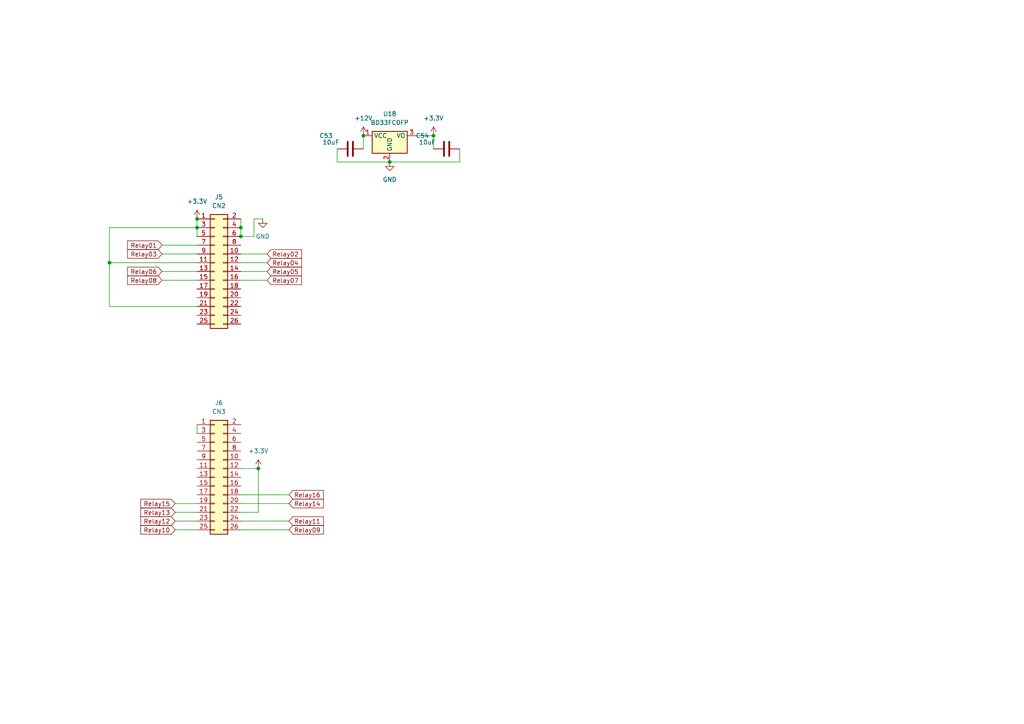
<source format=kicad_sch>
(kicad_sch (version 20231120) (generator "eeschema") (generator_version "8.0")
  (paper "A4")
  (title_block (title "16 Channel PWM Solenoid Driver - USB") (date "2024-06-12") (rev "3"))
  (lib_symbols
    (symbol "Connector_Generic:Conn_02x13_Odd_Even" (pin_names (offset 1.016) hide)
      (property "Reference" "J" (at 1.27 17.78 0))
      (property "Value" "Conn_02x13_Odd_Even" (at 1.27 -17.78 0))
      (symbol "Conn_02x13_Odd_Even_1_1"
        (rectangle (start -1.27 -15.113) (end 0 -15.367) (stroke (width 0.1524)))
        (rectangle (start -1.27 -12.573) (end 0 -12.827) (stroke (width 0.1524)))
        (rectangle (start -1.27 -10.033) (end 0 -10.287) (stroke (width 0.1524)))
        (rectangle (start -1.27 -7.493) (end 0 -7.747) (stroke (width 0.1524)))
        (rectangle (start -1.27 -4.953) (end 0 -5.207) (stroke (width 0.1524)))
        (rectangle (start -1.27 -2.413) (end 0 -2.667) (stroke (width 0.1524)))
        (rectangle (start -1.27 0.127) (end 0 -0.127) (stroke (width 0.1524)))
        (rectangle (start -1.27 2.667) (end 0 2.413) (stroke (width 0.1524)))
        (rectangle (start -1.27 5.207) (end 0 4.953) (stroke (width 0.1524)))
        (rectangle (start -1.27 7.747) (end 0 7.493) (stroke (width 0.1524)))
        (rectangle (start -1.27 10.287) (end 0 10.033) (stroke (width 0.1524)))
        (rectangle (start -1.27 12.827) (end 0 12.573) (stroke (width 0.1524)))
        (rectangle (start -1.27 15.367) (end 0 15.113) (stroke (width 0.1524)))
        (rectangle (start -1.27 16.51) (end 3.81 -16.51) (stroke (width 0.254)) (fill (type background)))
        (rectangle (start 3.81 -15.113) (end 2.54 -15.367) (stroke (width 0.1524)))
        (rectangle (start 3.81 -12.573) (end 2.54 -12.827) (stroke (width 0.1524)))
        (rectangle (start 3.81 -10.033) (end 2.54 -10.287) (stroke (width 0.1524)))
        (rectangle (start 3.81 -7.493) (end 2.54 -7.747) (stroke (width 0.1524)))
        (rectangle (start 3.81 -4.953) (end 2.54 -5.207) (stroke (width 0.1524)))
        (rectangle (start 3.81 -2.413) (end 2.54 -2.667) (stroke (width 0.1524)))
        (rectangle (start 3.81 0.127) (end 2.54 -0.127) (stroke (width 0.1524)))
        (rectangle (start 3.81 2.667) (end 2.54 2.413) (stroke (width 0.1524)))
        (rectangle (start 3.81 5.207) (end 2.54 4.953) (stroke (width 0.1524)))
        (rectangle (start 3.81 7.747) (end 2.54 7.493) (stroke (width 0.1524)))
        (rectangle (start 3.81 10.287) (end 2.54 10.033) (stroke (width 0.1524)))
        (rectangle (start 3.81 12.827) (end 2.54 12.573) (stroke (width 0.1524)))
        (rectangle (start 3.81 15.367) (end 2.54 15.113) (stroke (width 0.1524)))
        (pin passive line (at -5.08 15.24 0) (length 3.81) (name "Pin_1") (number "1"))
        (pin passive line (at 7.62 5.08 180) (length 3.81) (name "Pin_10") (number "10"))
        (pin passive line (at -5.08 2.54 0) (length 3.81) (name "Pin_11") (number "11"))
        (pin passive line (at 7.62 2.54 180) (length 3.81) (name "Pin_12") (number "12"))
        (pin passive line (at -5.08 0 0) (length 3.81) (name "Pin_13") (number "13"))
        (pin passive line (at 7.62 0 180) (length 3.81) (name "Pin_14") (number "14"))
        (pin passive line (at -5.08 -2.54 0) (length 3.81) (name "Pin_15") (number "15"))
        (pin passive line (at 7.62 -2.54 180) (length 3.81) (name "Pin_16") (number "16"))
        (pin passive line (at -5.08 -5.08 0) (length 3.81) (name "Pin_17") (number "17"))
        (pin passive line (at 7.62 -5.08 180) (length 3.81) (name "Pin_18") (number "18"))
        (pin passive line (at -5.08 -7.62 0) (length 3.81) (name "Pin_19") (number "19"))
        (pin passive line (at 7.62 15.24 180) (length 3.81) (name "Pin_2") (number "2"))
        (pin passive line (at 7.62 -7.62 180) (length 3.81) (name "Pin_20") (number "20"))
        (pin passive line (at -5.08 -10.16 0) (length 3.81) (name "Pin_21") (number "21"))
        (pin passive line (at 7.62 -10.16 180) (length 3.81) (name "Pin_22") (number "22"))
        (pin passive line (at -5.08 -12.7 0) (length 3.81) (name "Pin_23") (number "23"))
        (pin passive line (at 7.62 -12.7 180) (length 3.81) (name "Pin_24") (number "24"))
        (pin passive line (at -5.08 -15.24 0) (length 3.81) (name "Pin_25") (number "25"))
        (pin passive line (at 7.62 -15.24 180) (length 3.81) (name "Pin_26") (number "26"))
        (pin passive line (at -5.08 12.7 0) (length 3.81) (name "Pin_3") (number "3"))
        (pin passive line (at 7.62 12.7 180) (length 3.81) (name "Pin_4") (number "4"))
        (pin passive line (at -5.08 10.16 0) (length 3.81) (name "Pin_5") (number "5"))
        (pin passive line (at 7.62 10.16 180) (length 3.81) (name "Pin_6") (number "6"))
        (pin passive line (at -5.08 7.62 0) (length 3.81) (name "Pin_7") (number "7"))
        (pin passive line (at 7.62 7.62 180) (length 3.81) (name "Pin_8") (number "8"))
        (pin passive line (at -5.08 5.08 0) (length 3.81) (name "Pin_9") (number "9"))
      )
    )
    (symbol "Device:C" (pin_numbers hide) (pin_names (offset 0.254))
      (property "Reference" "C" (at 0.635 2.54 0))
      (property "Value" "C" (at 0.635 -2.54 0))
      (symbol "C_0_1"
        (polyline (pts (xy -2.032 -0.762) (xy 2.032 -0.762)) (stroke (width 0.508)))
        (polyline (pts (xy -2.032 0.762) (xy 2.032 0.762)) (stroke (width 0.508)))
      )
      (symbol "C_1_1"
        (pin passive line (at 0 3.81 270) (length 2.794) (name "~") (number "1"))
        (pin passive line (at 0 -3.81 90) (length 2.794) (name "~") (number "2"))
      )
    )
    (symbol "Regulator_Linear:BD33FC0FP"
      (property "Reference" "U" (at 0 7.62 0))
      (property "Value" "BD33FC0FP" (at 0 5.08 0))
      (symbol "BD33FC0FP_1_1"
        (rectangle (start -5.08 -5.08) (end 5.08 1.27) (stroke (width 0.254)) (fill (type background)))
        (pin power_in line (at -7.62 0 0) (length 2.54) (name "VCC") (number "1"))
        (pin power_in line (at 0 -7.62 90) (length 2.54) (name "GND") (number "2"))
        (pin power_out line (at 7.62 0 180) (length 2.54) (name "VO") (number "3"))
      )
    )
    (symbol "power:+12V" (power) (pin_numbers hide) (pin_names (offset 0) hide)
      (property "Value" "+12V" (at 0 3.556 0))
      (symbol "+12V_0_1"
        (polyline (pts (xy -0.762 1.27) (xy 0 2.54)))
        (polyline (pts (xy 0 0) (xy 0 2.54)))
        (polyline (pts (xy 0 2.54) (xy 0.762 1.27)))
      )
      (symbol "+12V_1_1"
        (pin power_in line (at 0 0 90) (length 0) (name "~") (number "1"))
      )
    )
    (symbol "power:+3.3V" (power) (pin_numbers hide) (pin_names (offset 0) hide)
      (property "Value" "+3.3V" (at 0 3.556 0))
      (symbol "+3.3V_0_1"
        (polyline (pts (xy -0.762 1.27) (xy 0 2.54)))
        (polyline (pts (xy 0 0) (xy 0 2.54)))
        (polyline (pts (xy 0 2.54) (xy 0.762 1.27)))
      )
      (symbol "+3.3V_1_1"
        (pin power_in line (at 0 0 90) (length 0) (name "~") (number "1"))
      )
    )
    (symbol "power:GND" (power) (pin_numbers hide) (pin_names (offset 0) hide)
      (property "Value" "GND" (at 0 -3.81 0))
      (symbol "GND_0_1"
        (polyline (pts (xy 0 0) (xy 0 -1.27) (xy 1.27 -1.27) (xy 0 -2.54) (xy -1.27 -1.27) (xy 0 -1.27)))
      )
      (symbol "GND_1_1"
        (pin power_in line (at 0 0 270) (length 0) (name "~") (number "1"))
      )
    )
  )
  (junction (at 57.15 63.5))
  (junction (at 74.93 135.89))
  (junction (at 69.85 66.04))
  (junction (at 57.15 66.04))
  (junction (at 113.03 46.99))
  (junction (at 31.75 76.2))
  (junction (at 105.41 39.37))
  (junction (at 69.85 68.58))
  (junction (at 125.73 39.37))
  (wire (pts (xy 77.47 76.2) (xy 69.85 76.2)))
  (wire (pts (xy 76.2 63.5) (xy 73.66 63.5)))
  (wire (pts (xy 46.99 71.12) (xy 57.15 71.12)))
  (wire (pts (xy 46.99 78.74) (xy 57.15 78.74)))
  (wire (pts (xy 46.99 81.28) (xy 57.15 81.28)))
  (wire (pts (xy 97.79 46.99) (xy 113.03 46.99)))
  (wire (pts (xy 31.75 76.2) (xy 31.75 88.9)))
  (wire (pts (xy 50.8 148.59) (xy 57.15 148.59)))
  (wire (pts (xy 77.47 73.66) (xy 69.85 73.66)))
  (wire (pts (xy 113.03 46.99) (xy 133.35 46.99)))
  (wire (pts (xy 83.82 143.51) (xy 69.85 143.51)))
  (wire (pts (xy 31.75 76.2) (xy 57.15 76.2)))
  (wire (pts (xy 57.15 66.04) (xy 57.15 68.58)))
  (wire (pts (xy 73.66 63.5) (xy 73.66 68.58)))
  (wire (pts (xy 46.99 73.66) (xy 57.15 73.66)))
  (wire (pts (xy 120.65 39.37) (xy 125.73 39.37)))
  (wire (pts (xy 50.8 153.67) (xy 57.15 153.67)))
  (wire (pts (xy 31.75 66.04) (xy 57.15 66.04)))
  (wire (pts (xy 125.73 39.37) (xy 125.73 43.18)))
  (wire (pts (xy 31.75 76.2) (xy 31.75 66.04)))
  (wire (pts (xy 69.85 146.05) (xy 83.82 146.05)))
  (wire (pts (xy 69.85 63.5) (xy 69.85 66.04)))
  (wire (pts (xy 83.82 153.67) (xy 69.85 153.67)))
  (wire (pts (xy 31.75 88.9) (xy 57.15 88.9)))
  (wire (pts (xy 69.85 148.59) (xy 74.93 148.59)))
  (wire (pts (xy 57.15 123.19) (xy 57.15 125.73)))
  (wire (pts (xy 133.35 43.18) (xy 133.35 46.99)))
  (wire (pts (xy 50.8 151.13) (xy 57.15 151.13)))
  (wire (pts (xy 105.41 43.18) (xy 105.41 39.37)))
  (wire (pts (xy 83.82 151.13) (xy 69.85 151.13)))
  (wire (pts (xy 77.47 78.74) (xy 69.85 78.74)))
  (wire (pts (xy 73.66 68.58) (xy 69.85 68.58)))
  (wire (pts (xy 74.93 135.89) (xy 74.93 148.59)))
  (wire (pts (xy 50.8 146.05) (xy 57.15 146.05)))
  (wire (pts (xy 77.47 81.28) (xy 69.85 81.28)))
  (wire (pts (xy 69.85 66.04) (xy 69.85 68.58)))
  (wire (pts (xy 97.79 43.18) (xy 97.79 46.99)))
  (wire (pts (xy 74.93 135.89) (xy 69.85 135.89)))
  (wire (pts (xy 57.15 63.5) (xy 57.15 66.04)))
  (global_label "Relay11" (shape input) (at 83.82 151.13 0) (property "Intersheetrefs" "${INTERSHEET_REFS}" (effects (hide yes))))
  (global_label "Relay09" (shape input) (at 83.82 153.67 0) (property "Intersheetrefs" "${INTERSHEET_REFS}" (effects (hide yes))))
  (global_label "Relay06" (shape input) (at 46.99 78.74 180) (property "Intersheetrefs" "${INTERSHEET_REFS}" (effects (hide yes))))
  (global_label "Relay03" (shape input) (at 46.99 73.66 180) (property "Intersheetrefs" "${INTERSHEET_REFS}" (effects (hide yes))))
  (global_label "Relay12" (shape input) (at 50.8 151.13 180) (property "Intersheetrefs" "${INTERSHEET_REFS}" (effects (hide yes))))
  (global_label "Relay15" (shape input) (at 50.8 146.05 180) (property "Intersheetrefs" "${INTERSHEET_REFS}" (effects (hide yes))))
  (global_label "Relay16" (shape input) (at 83.82 143.51 0) (property "Intersheetrefs" "${INTERSHEET_REFS}" (effects (hide yes))))
  (global_label "Relay13" (shape input) (at 50.8 148.59 180) (property "Intersheetrefs" "${INTERSHEET_REFS}" (effects (hide yes))))
  (global_label "Relay07" (shape input) (at 77.47 81.28 0) (property "Intersheetrefs" "${INTERSHEET_REFS}" (effects (hide yes))))
  (global_label "Relay04" (shape input) (at 77.47 76.2 0) (property "Intersheetrefs" "${INTERSHEET_REFS}" (effects (hide yes))))
  (global_label "Relay10" (shape input) (at 50.8 153.67 180) (property "Intersheetrefs" "${INTERSHEET_REFS}" (effects (hide yes))))
  (global_label "Relay05" (shape input) (at 77.47 78.74 0) (property "Intersheetrefs" "${INTERSHEET_REFS}" (effects (hide yes))))
  (global_label "Relay08" (shape input) (at 46.99 81.28 180) (property "Intersheetrefs" "${INTERSHEET_REFS}" (effects (hide yes))))
  (global_label "Relay14" (shape input) (at 83.82 146.05 0) (property "Intersheetrefs" "${INTERSHEET_REFS}" (effects (hide yes))))
  (global_label "Relay01" (shape input) (at 46.99 71.12 180) (property "Intersheetrefs" "${INTERSHEET_REFS}" (effects (hide yes))))
  (global_label "Relay02" (shape input) (at 77.47 73.66 0) (property "Intersheetrefs" "${INTERSHEET_REFS}" (effects (hide yes))))
  (symbol (lib_id "Device:C") (at 101.6 43.18 90) (unit 1)
    (property "Reference" "C53" (at 96.52 39.37 90) (effects (justify left)))
    (property "Value" "10uF" (at 98.425 41.275 90) (effects (justify left)))
    (property "Footprint" "Capacitor_SMD:C_1210_3225Metric" (effects (hide yes)))
    (property "PartNum" "CL32A106KLULNNE" (effects (hide yes)))
    (property "Mfg" "Samsung Electro-Mechanics" (effects (hide yes)))
  )
  (symbol (lib_id "Regulator_Linear:BD33FC0FP") (at 113.03 39.37 0) (unit 1)
    (property "Reference" "U18" (at 113.03 33.02 0))
    (property "Value" "BD33FC0FP" (at 113.03 35.56 0))
    (property "Footprint" "Package_TO_SOT_SMD:TO-252-2" (effects (hide yes)))
    (property "Datasheet" "https://fscdn.rohm.com/en/products/databook/datasheet/ic/power/linear_regulator/bdxxfc0wefj-e.pdf" (effects (hide yes)))
    (property "Description" "1A, 3.3V LDO regulator with OVP & TSP, without enable, TO-252" (effects (hide yes)))
  )
  (symbol (lib_id "power:+3.3V") (at 74.93 135.89 0) (unit 1)
    (property "Reference" "#PWR0217" (effects (hide yes)))
    (property "Value" "+3.3V" (at 74.93 130.81 0))
    (property "Description" "Power symbol creates a global label with name \"+3.3V\"" (effects (hide yes)))
  )
  (symbol (lib_id "Device:C") (at 129.54 43.18 90) (unit 1)
    (property "Reference" "C54" (at 124.46 39.37 90) (effects (justify left)))
    (property "Value" "10uF" (at 126.365 41.275 90) (effects (justify left)))
    (property "Footprint" "Capacitor_SMD:C_1210_3225Metric" (effects (hide yes)))
    (property "PartNum" "CL32A106KLULNNE" (effects (hide yes)))
    (property "Mfg" "Samsung Electro-Mechanics" (effects (hide yes)))
  )
  (symbol (lib_id "power:GND") (at 113.03 46.99 0) (unit 1)
    (property "Reference" "#PWR0213" (effects (hide yes)))
    (property "Value" "GND" (at 113.03 52.07 0))
    (property "Description" "Power symbol creates a global label with name \"GND\" , ground" (effects (hide yes)))
  )
  (symbol (lib_id "power:GND") (at 76.2 63.5 0) (unit 1)
    (property "Reference" "#PWR0214" (effects (hide yes)))
    (property "Value" "GND" (at 76.2 68.58 0))
    (property "Description" "Power symbol creates a global label with name \"GND\" , ground" (effects (hide yes)))
  )
  (symbol (lib_id "power:+12V") (at 105.41 39.37 0) (unit 1)
    (property "Reference" "#PWR0210" (effects (hide yes)))
    (property "Value" "+12V" (at 105.41 34.29 0))
    (property "Description" "Power symbol creates a global label with name \"+12V\"" (effects (hide yes)))
  )
  (symbol (lib_id "Connector_Generic:Conn_02x13_Odd_Even") (at 62.23 138.43 0) (unit 1)
    (property "Reference" "J6" (at 63.5 116.84 0))
    (property "Value" "CN3" (at 63.5 119.38 0))
    (property "Description" "Generic connector, double row, 02x13, odd/even pin numbering scheme (row 1 odd numbers, row 2 even numbers), script generated (kicad-library-utils/schlib/autogen/connector/)" (effects (hide yes)))
  )
  (symbol (lib_id "power:+3.3V") (at 57.15 63.5 0) (unit 1)
    (property "Reference" "#PWR0212" (effects (hide yes)))
    (property "Value" "+3.3V" (at 57.15 58.42 0))
    (property "Description" "Power symbol creates a global label with name \"+3.3V\"" (effects (hide yes)))
  )
  (symbol (lib_id "power:+3.3V") (at 125.73 39.37 0) (unit 1)
    (property "Reference" "#PWR0211" (effects (hide yes)))
    (property "Value" "+3.3V" (at 125.73 34.29 0))
    (property "Description" "Power symbol creates a global label with name \"+3.3V\"" (effects (hide yes)))
  )
  (symbol (lib_id "Connector_Generic:Conn_02x13_Odd_Even") (at 62.23 78.74 0) (unit 1)
    (property "Reference" "J5" (at 63.5 57.15 0))
    (property "Value" "CN2" (at 63.5 59.69 0))
    (property "Description" "Generic connector, double row, 02x13, odd/even pin numbering scheme (row 1 odd numbers, row 2 even numbers), script generated (kicad-library-utils/schlib/autogen/connector/)" (effects (hide yes)))
  )
)
</source>
